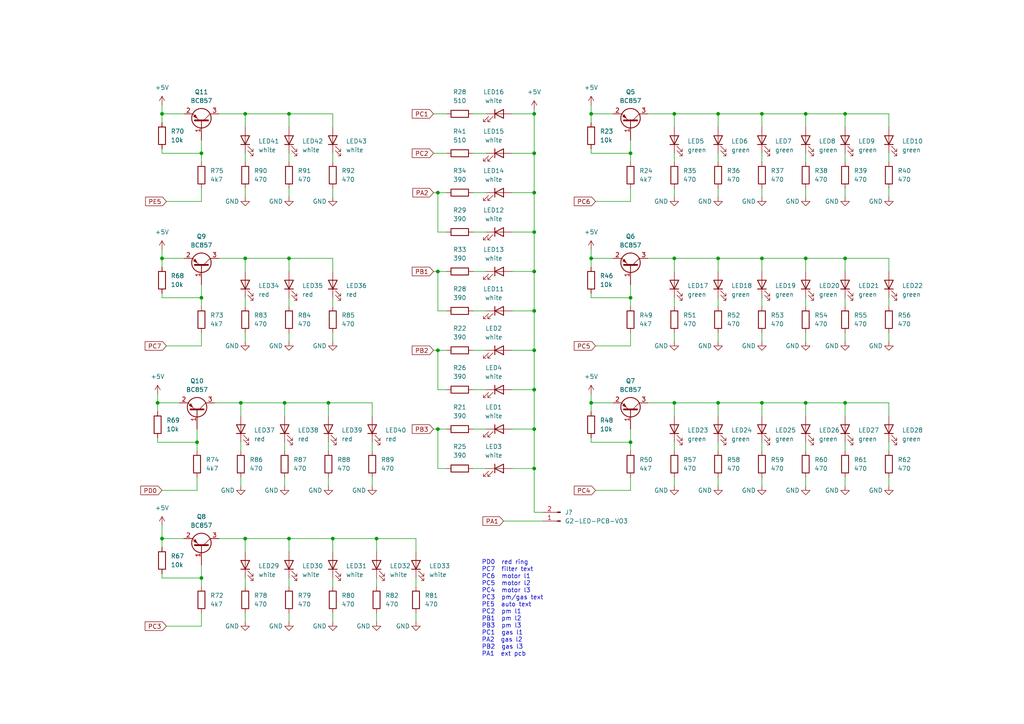
<source format=kicad_sch>
(kicad_sch (version 20230121) (generator eeschema)
  (paper "A4")
  (lib_symbols
    (symbol "Connector:Conn_01x02_Male" (pin_names (offset 1.016) hide)
      (property "Reference" "J" (at 0 2.54 0))
      (property "Value" "Conn_01x02_Male" (at 0 -5.08 0))
      (symbol "Conn_01x02_Male_1_1"
        (polyline (pts (xy 1.27 -2.54) (xy 0.8636 -2.54)) (stroke (width 0.1524)))
        (polyline (pts (xy 1.27 0) (xy 0.8636 0)) (stroke (width 0.1524)))
        (rectangle (start 0.8636 -2.413) (end 0 -2.667) (stroke (width 0.1524)) (fill (type outline)))
        (rectangle (start 0.8636 0.127) (end 0 -0.127) (stroke (width 0.1524)) (fill (type outline)))
        (pin passive line (at 5.08 0 180) (length 3.81) (name "Pin_1") (number "1"))
        (pin passive line (at 5.08 -2.54 180) (length 3.81) (name "Pin_2") (number "2"))
      )
    )
    (symbol "Device:LED" (pin_numbers hide) (pin_names (offset 1.016) hide)
      (property "Reference" "D" (at 0 2.54 0))
      (property "Value" "LED" (at 0 -2.54 0))
      (symbol "LED_0_1"
        (polyline (pts (xy -1.27 -1.27) (xy -1.27 1.27)) (stroke (width 0.254)))
        (polyline (pts (xy -1.27 0) (xy 1.27 0)))
        (polyline (pts (xy 1.27 -1.27) (xy 1.27 1.27) (xy -1.27 0) (xy 1.27 -1.27)) (stroke (width 0.254)))
        (polyline (pts (xy -3.048 -0.762) (xy -4.572 -2.286) (xy -3.81 -2.286) (xy -4.572 -2.286) (xy -4.572 -1.524)))
        (polyline (pts (xy -1.778 -0.762) (xy -3.302 -2.286) (xy -2.54 -2.286) (xy -3.302 -2.286) (xy -3.302 -1.524)))
      )
      (symbol "LED_1_1"
        (pin passive line (at -3.81 0 0) (length 2.54) (name "K") (number "1"))
        (pin passive line (at 3.81 0 180) (length 2.54) (name "A") (number "2"))
      )
    )
    (symbol "Device:R" (pin_numbers hide) (pin_names (offset 0))
      (property "Reference" "R" (at 2.032 0 90))
      (property "Value" "R" (at 0 0 90))
      (symbol "R_0_1"
        (rectangle (start -1.016 -2.54) (end 1.016 2.54) (stroke (width 0.254)))
      )
      (symbol "R_1_1"
        (pin passive line (at 0 3.81 270) (length 1.27) (name "~") (number "1"))
        (pin passive line (at 0 -3.81 90) (length 1.27) (name "~") (number "2"))
      )
    )
    (symbol "Transistor_BJT:BC857" (pin_names (offset 0) hide)
      (property "Reference" "Q" (at 5.08 1.905 0))
      (property "Value" "BC857" (at 5.08 0 0))
      (symbol "BC857_0_1"
        (polyline (pts (xy 0.635 0.635) (xy 2.54 2.54)))
        (polyline (pts (xy 0.635 -0.635) (xy 2.54 -2.54) (xy 2.54 -2.54)))
        (polyline (pts (xy 0.635 1.905) (xy 0.635 -1.905) (xy 0.635 -1.905)) (stroke (width 0.508)))
        (polyline (pts (xy 2.286 -1.778) (xy 1.778 -2.286) (xy 1.27 -1.27) (xy 2.286 -1.778) (xy 2.286 -1.778)) (fill (type outline)))
        (circle (center 1.27 0) (radius 2.8194) (stroke (width 0.254)))
      )
      (symbol "BC857_1_1"
        (pin input line (at -5.08 0 0) (length 5.715) (name "B") (number "1"))
        (pin passive line (at 2.54 -5.08 90) (length 2.54) (name "E") (number "2"))
        (pin passive line (at 2.54 5.08 270) (length 2.54) (name "C") (number "3"))
      )
    )
    (symbol "power:+5V" (power) (pin_names (offset 0))
      (property "Value" "+5V" (at 0 3.556 0))
      (symbol "+5V_0_1"
        (polyline (pts (xy -0.762 1.27) (xy 0 2.54)))
        (polyline (pts (xy 0 0) (xy 0 2.54)))
        (polyline (pts (xy 0 2.54) (xy 0.762 1.27)))
      )
      (symbol "+5V_1_1"
        (pin power_in line (at 0 0 90) (length 0) hide (name "+5V") (number "1"))
      )
    )
    (symbol "power:GND" (power) (pin_names (offset 0))
      (property "Value" "GND" (at 0 -3.81 0))
      (symbol "GND_0_1"
        (polyline (pts (xy 0 0) (xy 0 -1.27) (xy 1.27 -1.27) (xy 0 -2.54) (xy -1.27 -1.27) (xy 0 -1.27)))
      )
      (symbol "GND_1_1"
        (pin power_in line (at 0 0 270) (length 0) hide (name "GND") (number "1"))
      )
    )
  )
  (junction (at 220.98 74.93))
  (junction (at 109.22 156.21))
  (junction (at 195.58 116.84))
  (junction (at 245.11 33.02))
  (junction (at 83.82 74.93))
  (junction (at 58.42 44.45))
  (junction (at 82.55 116.84))
  (junction (at 154.94 44.45))
  (junction (at 154.94 55.88))
  (junction (at 83.82 33.02))
  (junction (at 220.98 116.84))
  (junction (at 245.11 74.93))
  (junction (at 245.11 116.84))
  (junction (at 208.28 33.02))
  (junction (at 208.28 116.84))
  (junction (at 171.45 116.84))
  (junction (at 233.68 116.84))
  (junction (at 182.88 44.45))
  (junction (at 96.52 156.21))
  (junction (at 182.88 128.27))
  (junction (at 83.82 156.21))
  (junction (at 154.94 101.6))
  (junction (at 154.94 33.02))
  (junction (at 154.94 78.74))
  (junction (at 71.12 74.93))
  (junction (at 171.45 74.93))
  (junction (at 233.68 74.93))
  (junction (at 195.58 74.93))
  (junction (at 154.94 113.03))
  (junction (at 71.12 156.21))
  (junction (at 127 78.74))
  (junction (at 46.99 156.21))
  (junction (at 154.94 67.31))
  (junction (at 127 101.6))
  (junction (at 58.42 167.64))
  (junction (at 45.72 116.84))
  (junction (at 154.94 135.89))
  (junction (at 58.42 86.36))
  (junction (at 95.25 116.84))
  (junction (at 69.85 116.84))
  (junction (at 127 124.46))
  (junction (at 220.98 33.02))
  (junction (at 46.99 74.93))
  (junction (at 46.99 33.02))
  (junction (at 233.68 33.02))
  (junction (at 154.94 90.17))
  (junction (at 182.88 86.36))
  (junction (at 171.45 33.02))
  (junction (at 127 55.88))
  (junction (at 208.28 74.93))
  (junction (at 71.12 33.02))
  (junction (at 195.58 33.02))
  (junction (at 57.15 128.27))
  (junction (at 154.94 124.46))
  (wire (pts (xy 96.52 74.93) (xy 96.52 78.74)))
  (wire (pts (xy 127 101.6) (xy 127 113.03)))
  (wire (pts (xy 83.82 44.45) (xy 83.82 46.99)))
  (wire (pts (xy 96.52 86.36) (xy 96.52 88.9)))
  (wire (pts (xy 48.26 181.61) (xy 58.42 181.61)))
  (wire (pts (xy 125.73 78.74) (xy 127 78.74)))
  (wire (pts (xy 96.52 33.02) (xy 96.52 36.83)))
  (wire (pts (xy 83.82 86.36) (xy 83.82 88.9)))
  (wire (pts (xy 245.11 116.84) (xy 257.81 116.84)))
  (wire (pts (xy 58.42 58.42) (xy 58.42 54.61)))
  (wire (pts (xy 127 135.89) (xy 129.54 135.89)))
  (wire (pts (xy 127 90.17) (xy 129.54 90.17)))
  (wire (pts (xy 195.58 74.93) (xy 208.28 74.93)))
  (wire (pts (xy 46.99 142.24) (xy 57.15 142.24)))
  (wire (pts (xy 195.58 54.61) (xy 195.58 57.15)))
  (wire (pts (xy 46.99 72.39) (xy 46.99 74.93)))
  (wire (pts (xy 154.94 148.59) (xy 157.48 148.59)))
  (wire (pts (xy 46.99 30.48) (xy 46.99 33.02)))
  (wire (pts (xy 58.42 40.64) (xy 58.42 44.45)))
  (wire (pts (xy 171.45 74.93) (xy 177.8 74.93)))
  (wire (pts (xy 125.73 33.02) (xy 129.54 33.02)))
  (wire (pts (xy 137.16 55.88) (xy 140.97 55.88)))
  (wire (pts (xy 83.82 177.8) (xy 83.82 180.34)))
  (wire (pts (xy 125.73 44.45) (xy 129.54 44.45)))
  (wire (pts (xy 171.45 119.38) (xy 171.45 116.84)))
  (wire (pts (xy 46.99 158.75) (xy 46.99 156.21)))
  (wire (pts (xy 233.68 33.02) (xy 245.11 33.02)))
  (wire (pts (xy 63.5 156.21) (xy 71.12 156.21)))
  (wire (pts (xy 83.82 33.02) (xy 83.82 36.83)))
  (wire (pts (xy 127 78.74) (xy 127 90.17)))
  (wire (pts (xy 208.28 116.84) (xy 220.98 116.84)))
  (wire (pts (xy 127 124.46) (xy 127 135.89)))
  (wire (pts (xy 83.82 33.02) (xy 96.52 33.02)))
  (wire (pts (xy 46.99 33.02) (xy 53.34 33.02)))
  (wire (pts (xy 172.72 100.33) (xy 182.88 100.33)))
  (wire (pts (xy 125.73 55.88) (xy 127 55.88)))
  (wire (pts (xy 148.59 113.03) (xy 154.94 113.03)))
  (wire (pts (xy 96.52 54.61) (xy 96.52 57.15)))
  (wire (pts (xy 182.88 100.33) (xy 182.88 96.52)))
  (wire (pts (xy 187.96 74.93) (xy 195.58 74.93)))
  (wire (pts (xy 245.11 74.93) (xy 245.11 78.74)))
  (wire (pts (xy 154.94 55.88) (xy 154.94 44.45)))
  (wire (pts (xy 48.26 100.33) (xy 58.42 100.33)))
  (wire (pts (xy 208.28 74.93) (xy 220.98 74.93)))
  (wire (pts (xy 58.42 86.36) (xy 58.42 88.9)))
  (wire (pts (xy 148.59 67.31) (xy 154.94 67.31)))
  (wire (pts (xy 96.52 177.8) (xy 96.52 180.34)))
  (wire (pts (xy 83.82 96.52) (xy 83.82 99.06)))
  (wire (pts (xy 96.52 167.64) (xy 96.52 170.18)))
  (wire (pts (xy 187.96 33.02) (xy 195.58 33.02)))
  (wire (pts (xy 127 101.6) (xy 129.54 101.6)))
  (wire (pts (xy 195.58 74.93) (xy 195.58 78.74)))
  (wire (pts (xy 148.59 101.6) (xy 154.94 101.6)))
  (wire (pts (xy 71.12 44.45) (xy 71.12 46.99)))
  (wire (pts (xy 109.22 156.21) (xy 109.22 160.02)))
  (wire (pts (xy 208.28 54.61) (xy 208.28 57.15)))
  (wire (pts (xy 257.81 96.52) (xy 257.81 99.06)))
  (wire (pts (xy 245.11 116.84) (xy 245.11 120.65)))
  (wire (pts (xy 233.68 54.61) (xy 233.68 57.15)))
  (wire (pts (xy 45.72 127) (xy 45.72 128.27)))
  (wire (pts (xy 171.45 43.18) (xy 171.45 44.45)))
  (wire (pts (xy 62.23 116.84) (xy 69.85 116.84)))
  (wire (pts (xy 171.45 44.45) (xy 182.88 44.45)))
  (wire (pts (xy 146.05 151.13) (xy 157.48 151.13)))
  (wire (pts (xy 83.82 156.21) (xy 96.52 156.21)))
  (wire (pts (xy 71.12 74.93) (xy 83.82 74.93)))
  (wire (pts (xy 137.16 44.45) (xy 140.97 44.45)))
  (wire (pts (xy 83.82 167.64) (xy 83.82 170.18)))
  (wire (pts (xy 137.16 33.02) (xy 140.97 33.02)))
  (wire (pts (xy 148.59 135.89) (xy 154.94 135.89)))
  (wire (pts (xy 182.88 82.55) (xy 182.88 86.36)))
  (wire (pts (xy 46.99 152.4) (xy 46.99 156.21)))
  (wire (pts (xy 233.68 74.93) (xy 233.68 78.74)))
  (wire (pts (xy 63.5 74.93) (xy 71.12 74.93)))
  (wire (pts (xy 171.45 30.48) (xy 171.45 33.02)))
  (wire (pts (xy 233.68 33.02) (xy 233.68 36.83)))
  (wire (pts (xy 220.98 86.36) (xy 220.98 88.9)))
  (wire (pts (xy 245.11 33.02) (xy 257.81 33.02)))
  (wire (pts (xy 58.42 167.64) (xy 58.42 170.18)))
  (wire (pts (xy 154.94 124.46) (xy 154.94 135.89)))
  (wire (pts (xy 154.94 67.31) (xy 154.94 78.74)))
  (wire (pts (xy 208.28 116.84) (xy 208.28 120.65)))
  (wire (pts (xy 137.16 113.03) (xy 140.97 113.03)))
  (wire (pts (xy 182.88 58.42) (xy 182.88 54.61)))
  (wire (pts (xy 187.96 116.84) (xy 195.58 116.84)))
  (wire (pts (xy 220.98 33.02) (xy 233.68 33.02)))
  (wire (pts (xy 220.98 44.45) (xy 220.98 46.99)))
  (wire (pts (xy 137.16 124.46) (xy 140.97 124.46)))
  (wire (pts (xy 58.42 44.45) (xy 58.42 46.99)))
  (wire (pts (xy 63.5 33.02) (xy 71.12 33.02)))
  (wire (pts (xy 172.72 142.24) (xy 182.88 142.24)))
  (wire (pts (xy 154.94 113.03) (xy 154.94 124.46)))
  (wire (pts (xy 233.68 116.84) (xy 233.68 120.65)))
  (wire (pts (xy 71.12 167.64) (xy 71.12 170.18)))
  (wire (pts (xy 120.65 177.8) (xy 120.65 180.34)))
  (wire (pts (xy 154.94 78.74) (xy 154.94 90.17)))
  (wire (pts (xy 83.82 74.93) (xy 83.82 78.74)))
  (wire (pts (xy 46.99 35.56) (xy 46.99 33.02)))
  (wire (pts (xy 208.28 86.36) (xy 208.28 88.9)))
  (wire (pts (xy 95.25 116.84) (xy 95.25 120.65)))
  (wire (pts (xy 182.88 128.27) (xy 182.88 130.81)))
  (wire (pts (xy 46.99 44.45) (xy 58.42 44.45)))
  (wire (pts (xy 245.11 96.52) (xy 245.11 99.06)))
  (wire (pts (xy 171.45 33.02) (xy 177.8 33.02)))
  (wire (pts (xy 46.99 74.93) (xy 53.34 74.93)))
  (wire (pts (xy 46.99 43.18) (xy 46.99 44.45)))
  (wire (pts (xy 57.15 124.46) (xy 57.15 128.27)))
  (wire (pts (xy 257.81 44.45) (xy 257.81 46.99)))
  (wire (pts (xy 257.81 74.93) (xy 257.81 78.74)))
  (wire (pts (xy 208.28 96.52) (xy 208.28 99.06)))
  (wire (pts (xy 127 55.88) (xy 129.54 55.88)))
  (wire (pts (xy 82.55 116.84) (xy 82.55 120.65)))
  (wire (pts (xy 172.72 58.42) (xy 182.88 58.42)))
  (wire (pts (xy 82.55 116.84) (xy 95.25 116.84)))
  (wire (pts (xy 58.42 100.33) (xy 58.42 96.52)))
  (wire (pts (xy 257.81 33.02) (xy 257.81 36.83)))
  (wire (pts (xy 69.85 128.27) (xy 69.85 130.81)))
  (wire (pts (xy 96.52 156.21) (xy 109.22 156.21)))
  (wire (pts (xy 171.45 128.27) (xy 182.88 128.27)))
  (wire (pts (xy 137.16 67.31) (xy 140.97 67.31)))
  (wire (pts (xy 45.72 114.3) (xy 45.72 116.84)))
  (wire (pts (xy 148.59 33.02) (xy 154.94 33.02)))
  (wire (pts (xy 58.42 163.83) (xy 58.42 167.64)))
  (wire (pts (xy 107.95 138.43) (xy 107.95 140.97)))
  (wire (pts (xy 125.73 101.6) (xy 127 101.6)))
  (wire (pts (xy 95.25 128.27) (xy 95.25 130.81)))
  (wire (pts (xy 83.82 74.93) (xy 96.52 74.93)))
  (wire (pts (xy 57.15 128.27) (xy 57.15 130.81)))
  (wire (pts (xy 195.58 138.43) (xy 195.58 140.97)))
  (wire (pts (xy 69.85 138.43) (xy 69.85 140.97)))
  (wire (pts (xy 148.59 124.46) (xy 154.94 124.46)))
  (wire (pts (xy 257.81 116.84) (xy 257.81 120.65)))
  (wire (pts (xy 45.72 116.84) (xy 52.07 116.84)))
  (wire (pts (xy 245.11 128.27) (xy 245.11 130.81)))
  (wire (pts (xy 171.45 72.39) (xy 171.45 74.93)))
  (wire (pts (xy 208.28 138.43) (xy 208.28 140.97)))
  (wire (pts (xy 245.11 138.43) (xy 245.11 140.97)))
  (wire (pts (xy 69.85 116.84) (xy 69.85 120.65)))
  (wire (pts (xy 58.42 82.55) (xy 58.42 86.36)))
  (wire (pts (xy 107.95 128.27) (xy 107.95 130.81)))
  (wire (pts (xy 71.12 74.93) (xy 71.12 78.74)))
  (wire (pts (xy 46.99 166.37) (xy 46.99 167.64)))
  (wire (pts (xy 148.59 55.88) (xy 154.94 55.88)))
  (wire (pts (xy 195.58 33.02) (xy 195.58 36.83)))
  (wire (pts (xy 127 67.31) (xy 129.54 67.31)))
  (wire (pts (xy 71.12 86.36) (xy 71.12 88.9)))
  (wire (pts (xy 137.16 90.17) (xy 140.97 90.17)))
  (wire (pts (xy 208.28 33.02) (xy 220.98 33.02)))
  (wire (pts (xy 82.55 138.43) (xy 82.55 140.97)))
  (wire (pts (xy 171.45 114.3) (xy 171.45 116.84)))
  (wire (pts (xy 137.16 135.89) (xy 140.97 135.89)))
  (wire (pts (xy 127 55.88) (xy 127 67.31)))
  (wire (pts (xy 154.94 90.17) (xy 154.94 101.6)))
  (wire (pts (xy 257.81 54.61) (xy 257.81 57.15)))
  (wire (pts (xy 120.65 156.21) (xy 120.65 160.02)))
  (wire (pts (xy 195.58 86.36) (xy 195.58 88.9)))
  (wire (pts (xy 245.11 86.36) (xy 245.11 88.9)))
  (wire (pts (xy 182.88 86.36) (xy 182.88 88.9)))
  (wire (pts (xy 83.82 54.61) (xy 83.82 57.15)))
  (wire (pts (xy 195.58 128.27) (xy 195.58 130.81)))
  (wire (pts (xy 257.81 128.27) (xy 257.81 130.81)))
  (wire (pts (xy 171.45 127) (xy 171.45 128.27)))
  (wire (pts (xy 245.11 54.61) (xy 245.11 57.15)))
  (wire (pts (xy 208.28 44.45) (xy 208.28 46.99)))
  (wire (pts (xy 220.98 138.43) (xy 220.98 140.97)))
  (wire (pts (xy 182.88 124.46) (xy 182.88 128.27)))
  (wire (pts (xy 208.28 74.93) (xy 208.28 78.74)))
  (wire (pts (xy 96.52 44.45) (xy 96.52 46.99)))
  (wire (pts (xy 182.88 40.64) (xy 182.88 44.45)))
  (wire (pts (xy 233.68 116.84) (xy 245.11 116.84)))
  (wire (pts (xy 195.58 116.84) (xy 195.58 120.65)))
  (wire (pts (xy 220.98 54.61) (xy 220.98 57.15)))
  (wire (pts (xy 195.58 33.02) (xy 208.28 33.02)))
  (wire (pts (xy 171.45 85.09) (xy 171.45 86.36)))
  (wire (pts (xy 109.22 167.64) (xy 109.22 170.18)))
  (wire (pts (xy 127 124.46) (xy 129.54 124.46)))
  (wire (pts (xy 195.58 44.45) (xy 195.58 46.99)))
  (wire (pts (xy 148.59 44.45) (xy 154.94 44.45)))
  (wire (pts (xy 208.28 33.02) (xy 208.28 36.83)))
  (wire (pts (xy 71.12 156.21) (xy 83.82 156.21)))
  (wire (pts (xy 220.98 74.93) (xy 233.68 74.93)))
  (wire (pts (xy 71.12 177.8) (xy 71.12 180.34)))
  (wire (pts (xy 245.11 44.45) (xy 245.11 46.99)))
  (wire (pts (xy 171.45 77.47) (xy 171.45 74.93)))
  (wire (pts (xy 82.55 128.27) (xy 82.55 130.81)))
  (wire (pts (xy 233.68 96.52) (xy 233.68 99.06)))
  (wire (pts (xy 46.99 167.64) (xy 58.42 167.64)))
  (wire (pts (xy 95.25 116.84) (xy 107.95 116.84)))
  (wire (pts (xy 195.58 116.84) (xy 208.28 116.84)))
  (wire (pts (xy 245.11 74.93) (xy 257.81 74.93)))
  (wire (pts (xy 182.88 44.45) (xy 182.88 46.99)))
  (wire (pts (xy 107.95 116.84) (xy 107.95 120.65)))
  (wire (pts (xy 220.98 33.02) (xy 220.98 36.83)))
  (wire (pts (xy 109.22 156.21) (xy 120.65 156.21)))
  (wire (pts (xy 45.72 119.38) (xy 45.72 116.84)))
  (wire (pts (xy 125.73 124.46) (xy 127 124.46)))
  (wire (pts (xy 83.82 156.21) (xy 83.82 160.02)))
  (wire (pts (xy 109.22 177.8) (xy 109.22 180.34)))
  (wire (pts (xy 154.94 44.45) (xy 154.94 33.02)))
  (wire (pts (xy 137.16 101.6) (xy 140.97 101.6)))
  (wire (pts (xy 46.99 156.21) (xy 53.34 156.21)))
  (wire (pts (xy 220.98 128.27) (xy 220.98 130.81)))
  (wire (pts (xy 71.12 33.02) (xy 71.12 36.83)))
  (wire (pts (xy 46.99 85.09) (xy 46.99 86.36)))
  (wire (pts (xy 120.65 167.64) (xy 120.65 170.18)))
  (wire (pts (xy 127 78.74) (xy 129.54 78.74)))
  (wire (pts (xy 154.94 135.89) (xy 154.94 148.59)))
  (wire (pts (xy 71.12 33.02) (xy 83.82 33.02)))
  (wire (pts (xy 96.52 96.52) (xy 96.52 99.06)))
  (wire (pts (xy 233.68 86.36) (xy 233.68 88.9)))
  (wire (pts (xy 71.12 156.21) (xy 71.12 160.02)))
  (wire (pts (xy 95.25 138.43) (xy 95.25 140.97)))
  (wire (pts (xy 220.98 74.93) (xy 220.98 78.74)))
  (wire (pts (xy 46.99 77.47) (xy 46.99 74.93)))
  (wire (pts (xy 148.59 78.74) (xy 154.94 78.74)))
  (wire (pts (xy 96.52 156.21) (xy 96.52 160.02)))
  (wire (pts (xy 69.85 116.84) (xy 82.55 116.84)))
  (wire (pts (xy 220.98 116.84) (xy 233.68 116.84)))
  (wire (pts (xy 45.72 128.27) (xy 57.15 128.27)))
  (wire (pts (xy 195.58 96.52) (xy 195.58 99.06)))
  (wire (pts (xy 57.15 142.24) (xy 57.15 138.43)))
  (wire (pts (xy 148.59 90.17) (xy 154.94 90.17)))
  (wire (pts (xy 154.94 101.6) (xy 154.94 113.03)))
  (wire (pts (xy 71.12 54.61) (xy 71.12 57.15)))
  (wire (pts (xy 171.45 86.36) (xy 182.88 86.36)))
  (wire (pts (xy 233.68 128.27) (xy 233.68 130.81)))
  (wire (pts (xy 154.94 55.88) (xy 154.94 67.31)))
  (wire (pts (xy 71.12 96.52) (xy 71.12 99.06)))
  (wire (pts (xy 182.88 142.24) (xy 182.88 138.43)))
  (wire (pts (xy 171.45 35.56) (xy 171.45 33.02)))
  (wire (pts (xy 127 113.03) (xy 129.54 113.03)))
  (wire (pts (xy 245.11 33.02) (xy 245.11 36.83)))
  (wire (pts (xy 257.81 138.43) (xy 257.81 140.97)))
  (wire (pts (xy 208.28 128.27) (xy 208.28 130.81)))
  (wire (pts (xy 137.16 78.74) (xy 140.97 78.74)))
  (wire (pts (xy 233.68 74.93) (xy 245.11 74.93)))
  (wire (pts (xy 220.98 116.84) (xy 220.98 120.65)))
  (wire (pts (xy 154.94 33.02) (xy 154.94 31.75)))
  (wire (pts (xy 48.26 58.42) (xy 58.42 58.42)))
  (wire (pts (xy 220.98 96.52) (xy 220.98 99.06)))
  (wire (pts (xy 58.42 181.61) (xy 58.42 177.8)))
  (wire (pts (xy 233.68 44.45) (xy 233.68 46.99)))
  (wire (pts (xy 171.45 116.84) (xy 177.8 116.84)))
  (wire (pts (xy 46.99 86.36) (xy 58.42 86.36)))
  (wire (pts (xy 257.81 86.36) (xy 257.81 88.9)))
  (wire (pts (xy 233.68 138.43) (xy 233.68 140.97)))
  (text "PD0  red ring\nPC7  filter text\nPC6  motor l1\nPC5  motor l2\nPC4  motor l3\nPC3  pm/gas text\nPE5  auto text\nPC2  pm l1\nPB1  pm l2\nPB3  pm l3\nPC1  gas l1\nPA2  gas l2\nPB2  gas l3\nPA1  ext pcb" (at 139.7 190.5 0) (effects (font (size 1.27 1.27)) (justify left bottom)))
  (global_label "PB2" (shape input) (at 125.73 101.6 180) (property "Intersheetrefs" "${INTERSHEET_REFS}" (effects hide)))
  (global_label "PA2" (shape input) (at 125.73 55.88 180) (property "Intersheetrefs" "${INTERSHEET_REFS}" (effects hide)))
  (global_label "PB3" (shape input) (at 125.73 124.46 180) (property "Intersheetrefs" "${INTERSHEET_REFS}" (effects hide)))
  (global_label "PD0" (shape input) (at 46.99 142.24 180) (property "Intersheetrefs" "${INTERSHEET_REFS}" (effects hide)))
  (global_label "PC4" (shape input) (at 172.72 142.24 180) (property "Intersheetrefs" "${INTERSHEET_REFS}" (effects hide)))
  (global_label "PC6" (shape input) (at 172.72 58.42 180) (property "Intersheetrefs" "${INTERSHEET_REFS}" (effects hide)))
  (global_label "PE5" (shape input) (at 48.26 58.42 180) (property "Intersheetrefs" "${INTERSHEET_REFS}" (effects hide)))
  (global_label "PC3" (shape input) (at 48.26 181.61 180) (property "Intersheetrefs" "${INTERSHEET_REFS}" (effects hide)))
  (global_label "PC1" (shape input) (at 125.73 33.02 180) (property "Intersheetrefs" "${INTERSHEET_REFS}" (effects hide)))
  (global_label "PC7" (shape input) (at 48.26 100.33 180) (property "Intersheetrefs" "${INTERSHEET_REFS}" (effects hide)))
  (global_label "PC2" (shape input) (at 125.73 44.45 180) (property "Intersheetrefs" "${INTERSHEET_REFS}" (effects hide)))
  (global_label "PC5" (shape input) (at 172.72 100.33 180) (property "Intersheetrefs" "${INTERSHEET_REFS}" (effects hide)))
  (global_label "PA1" (shape input) (at 146.05 151.13 180) (property "Intersheetrefs" "${INTERSHEET_REFS}" (effects hide)))
  (global_label "PB1" (shape input) (at 125.73 78.74 180) (property "Intersheetrefs" "${INTERSHEET_REFS}" (effects hide)))
  (symbol (lib_id "power:GND") (at 82.55 140.97 0) (mirror y) (unit 1)
    (property "Reference" "#PWR?" (effects hide))
    (property "Value" "GND" (at 78.74 142.24 0))
  )
  (symbol (lib_id "Device:R") (at 171.45 123.19 0) (mirror y) (unit 1)
    (property "Reference" "R48" (at 173.99 121.9199 0) (effects (justify right)))
    (property "Value" "10k" (at 173.99 124.4599 0) (effects (justify right)))
    (property "Footprint" "Resistor_SMD:R_0805_2012Metric" (effects hide))
  )
  (symbol (lib_id "Device:R") (at 71.12 173.99 0) (mirror y) (unit 1)
    (property "Reference" "R78" (at 73.66 172.7199 0) (effects (justify right)))
    (property "Value" "470" (at 73.66 175.2599 0) (effects (justify right)))
    (property "Footprint" "Resistor_SMD:R_0805_2012Metric" (effects hide))
  )
  (symbol (lib_id "Device:LED") (at 208.28 40.64 90) (unit 1)
    (property "Reference" "LED6" (at 212.09 40.9574 90) (effects (justify right)))
    (property "Value" "green" (at 212.09 43.4974 90) (effects (justify right)))
  )
  (symbol (lib_id "Device:LED") (at 195.58 40.64 90) (unit 1)
    (property "Reference" "LED5" (at 199.39 40.9574 90) (effects (justify right)))
    (property "Value" "green" (at 199.39 43.4974 90) (effects (justify right)))
  )
  (symbol (lib_id "power:GND") (at 96.52 99.06 0) (mirror y) (unit 1)
    (property "Reference" "#PWR?" (effects hide))
    (property "Value" "GND" (at 92.71 100.33 0))
  )
  (symbol (lib_id "Device:R") (at 245.11 134.62 0) (mirror y) (unit 1)
    (property "Reference" "R61" (at 247.65 133.3499 0) (effects (justify right)))
    (property "Value" "470" (at 247.65 135.8899 0) (effects (justify right)))
    (property "Footprint" "Resistor_SMD:R_0805_2012Metric" (effects hide))
  )
  (symbol (lib_id "Device:R") (at 171.45 81.28 0) (mirror y) (unit 1)
    (property "Reference" "R46" (at 173.99 80.0099 0) (effects (justify right)))
    (property "Value" "10k" (at 173.99 82.5499 0) (effects (justify right)))
    (property "Footprint" "Resistor_SMD:R_0805_2012Metric" (effects hide))
  )
  (symbol (lib_id "Device:R") (at 133.35 135.89 90) (mirror x) (unit 1)
    (property "Reference" "R25" (at 133.35 129.54 90))
    (property "Value" "390" (at 133.35 132.08 90))
    (property "Footprint" "Resistor_SMD:R_0805_2012Metric" (effects hide))
  )
  (symbol (lib_id "power:GND") (at 257.81 99.06 0) (mirror y) (unit 1)
    (property "Reference" "#PWR?" (effects hide))
    (property "Value" "GND" (at 254 100.33 0))
  )
  (symbol (lib_id "Device:R") (at 46.99 81.28 0) (mirror y) (unit 1)
    (property "Reference" "R68" (at 49.53 80.0099 0) (effects (justify right)))
    (property "Value" "10k" (at 49.53 82.5499 0) (effects (justify right)))
    (property "Footprint" "Resistor_SMD:R_0805_2012Metric" (effects hide))
  )
  (symbol (lib_id "power:+5V") (at 46.99 30.48 0) (unit 1)
    (property "Reference" "#PWR?" (effects hide))
    (property "Value" "+5V" (at 46.99 25.4 0))
  )
  (symbol (lib_id "Device:R") (at 96.52 92.71 0) (mirror y) (unit 1)
    (property "Reference" "R85" (at 99.06 91.4399 0) (effects (justify right)))
    (property "Value" "470" (at 99.06 93.9799 0) (effects (justify right)))
    (property "Footprint" "Resistor_SMD:R_0805_2012Metric" (effects hide))
  )
  (symbol (lib_id "Device:R") (at 96.52 173.99 0) (mirror y) (unit 1)
    (property "Reference" "R80" (at 99.06 172.7199 0) (effects (justify right)))
    (property "Value" "470" (at 99.06 175.2599 0) (effects (justify right)))
    (property "Footprint" "Resistor_SMD:R_0805_2012Metric" (effects hide))
  )
  (symbol (lib_id "power:GND") (at 220.98 140.97 0) (mirror y) (unit 1)
    (property "Reference" "#PWR?" (effects hide))
    (property "Value" "GND" (at 217.17 142.24 0))
  )
  (symbol (lib_id "Device:LED") (at 69.85 124.46 90) (unit 1)
    (property "Reference" "LED37" (at 73.66 124.7774 90) (effects (justify right)))
    (property "Value" "red" (at 73.66 127.3174 90) (effects (justify right)))
    (property "Footprint" "LED_SMD:LED_0805_2012Metric" (effects hide))
  )
  (symbol (lib_id "Transistor_BJT:BC857") (at 182.88 35.56 270) (mirror x) (unit 1)
    (property "Reference" "Q5" (at 182.88 26.67 90))
    (property "Value" "BC857" (at 182.88 29.21 90))
    (property "Footprint" "Package_TO_SOT_SMD:SOT-23" (effects hide))
    (property "Datasheet" "https://www.onsemi.com/pub/Collateral/BC860-D.pdf" (effects hide))
  )
  (symbol (lib_id "Transistor_BJT:BC857") (at 58.42 158.75 270) (mirror x) (unit 1)
    (property "Reference" "Q8" (at 58.42 149.86 90))
    (property "Value" "BC857" (at 58.42 152.4 90))
    (property "Footprint" "Package_TO_SOT_SMD:SOT-23" (effects hide))
    (property "Datasheet" "https://www.onsemi.com/pub/Collateral/BC860-D.pdf" (effects hide))
  )
  (symbol (lib_id "Device:LED") (at 144.78 55.88 0) (unit 1)
    (property "Reference" "LED14" (at 143.1925 49.53 0))
    (property "Value" "white" (at 143.1925 52.07 0))
  )
  (symbol (lib_id "power:GND") (at 71.12 180.34 0) (mirror y) (unit 1)
    (property "Reference" "#PWR?" (effects hide))
    (property "Value" "GND" (at 67.31 181.61 0))
  )
  (symbol (lib_id "power:GND") (at 83.82 57.15 0) (mirror y) (unit 1)
    (property "Reference" "#PWR?" (effects hide))
    (property "Value" "GND" (at 80.01 58.42 0))
  )
  (symbol (lib_id "Device:LED") (at 71.12 40.64 90) (unit 1)
    (property "Reference" "LED41" (at 74.93 40.9574 90) (effects (justify right)))
    (property "Value" "white" (at 74.93 43.4974 90) (effects (justify right)))
  )
  (symbol (lib_id "Device:LED") (at 144.78 124.46 0) (unit 1)
    (property "Reference" "LED1" (at 143.1925 118.11 0))
    (property "Value" "white" (at 143.1925 120.65 0))
  )
  (symbol (lib_id "Device:R") (at 182.88 134.62 0) (mirror y) (unit 1)
    (property "Reference" "R50" (at 185.42 133.3499 0) (effects (justify right)))
    (property "Value" "4k7" (at 185.42 135.8899 0) (effects (justify right)))
    (property "Footprint" "Resistor_SMD:R_0805_2012Metric" (effects hide))
  )
  (symbol (lib_id "Device:LED") (at 83.82 40.64 90) (unit 1)
    (property "Reference" "LED42" (at 87.63 40.9574 90) (effects (justify right)))
    (property "Value" "white" (at 87.63 43.4974 90) (effects (justify right)))
  )
  (symbol (lib_id "power:GND") (at 71.12 57.15 0) (mirror y) (unit 1)
    (property "Reference" "#PWR?" (effects hide))
    (property "Value" "GND" (at 67.31 58.42 0))
  )
  (symbol (lib_id "Device:LED") (at 208.28 124.46 90) (unit 1)
    (property "Reference" "LED24" (at 212.09 124.7774 90) (effects (justify right)))
    (property "Value" "green" (at 212.09 127.3174 90) (effects (justify right)))
  )
  (symbol (lib_id "Device:LED") (at 144.78 101.6 0) (unit 1)
    (property "Reference" "LED2" (at 143.1925 95.25 0))
    (property "Value" "white" (at 143.1925 97.79 0))
  )
  (symbol (lib_id "Device:LED") (at 245.11 82.55 90) (unit 1)
    (property "Reference" "LED21" (at 248.92 82.8674 90) (effects (justify right)))
    (property "Value" "green" (at 248.92 85.4074 90) (effects (justify right)))
  )
  (symbol (lib_id "power:+5V") (at 46.99 72.39 0) (unit 1)
    (property "Reference" "#PWR?" (effects hide))
    (property "Value" "+5V" (at 46.99 67.31 0))
  )
  (symbol (lib_id "power:GND") (at 245.11 99.06 0) (mirror y) (unit 1)
    (property "Reference" "#PWR?" (effects hide))
    (property "Value" "GND" (at 241.3 100.33 0))
  )
  (symbol (lib_id "Device:R") (at 45.72 123.19 0) (mirror y) (unit 1)
    (property "Reference" "R69" (at 48.26 121.9199 0) (effects (justify right)))
    (property "Value" "10k" (at 48.26 124.4599 0) (effects (justify right)))
    (property "Footprint" "Resistor_SMD:R_0805_2012Metric" (effects hide))
  )
  (symbol (lib_id "Device:R") (at 133.35 55.88 90) (mirror x) (unit 1)
    (property "Reference" "R34" (at 133.35 49.53 90))
    (property "Value" "390" (at 133.35 52.07 90))
    (property "Footprint" "Resistor_SMD:R_0805_2012Metric" (effects hide))
  )
  (symbol (lib_id "Device:R") (at 233.68 92.71 0) (mirror y) (unit 1)
    (property "Reference" "R54" (at 236.22 91.4399 0) (effects (justify right)))
    (property "Value" "470" (at 236.22 93.9799 0) (effects (justify right)))
    (property "Footprint" "Resistor_SMD:R_0805_2012Metric" (effects hide))
  )
  (symbol (lib_id "Device:LED") (at 109.22 163.83 90) (unit 1)
    (property "Reference" "LED32" (at 113.03 164.1474 90) (effects (justify right)))
    (property "Value" "white" (at 113.03 166.6874 90) (effects (justify right)))
  )
  (symbol (lib_id "Device:R") (at 133.35 33.02 90) (mirror x) (unit 1)
    (property "Reference" "R28" (at 133.35 26.67 90))
    (property "Value" "510" (at 133.35 29.21 90))
    (property "Footprint" "Resistor_SMD:R_0805_2012Metric" (effects hide))
  )
  (symbol (lib_id "power:GND") (at 95.25 140.97 0) (mirror y) (unit 1)
    (property "Reference" "#PWR?" (effects hide))
    (property "Value" "GND" (at 91.44 142.24 0))
  )
  (symbol (lib_id "Device:LED") (at 257.81 124.46 90) (unit 1)
    (property "Reference" "LED28" (at 261.62 124.7774 90) (effects (justify right)))
    (property "Value" "green" (at 261.62 127.3174 90) (effects (justify right)))
  )
  (symbol (lib_id "Device:LED") (at 144.78 44.45 0) (unit 1)
    (property "Reference" "LED15" (at 143.1925 38.1 0))
    (property "Value" "white" (at 143.1925 40.64 0))
  )
  (symbol (lib_id "Device:R") (at 133.35 124.46 90) (mirror x) (unit 1)
    (property "Reference" "R21" (at 133.35 118.11 90))
    (property "Value" "390" (at 133.35 120.65 90))
    (property "Footprint" "Resistor_SMD:R_0805_2012Metric" (effects hide))
  )
  (symbol (lib_id "Device:R") (at 220.98 92.71 0) (mirror y) (unit 1)
    (property "Reference" "R53" (at 223.52 91.4399 0) (effects (justify right)))
    (property "Value" "470" (at 223.52 93.9799 0) (effects (justify right)))
    (property "Footprint" "Resistor_SMD:R_0805_2012Metric" (effects hide))
  )
  (symbol (lib_id "Device:LED") (at 107.95 124.46 90) (unit 1)
    (property "Reference" "LED40" (at 111.76 124.7774 90) (effects (justify right)))
    (property "Value" "red" (at 111.76 127.3174 90) (effects (justify right)))
  )
  (symbol (lib_id "Device:R") (at 257.81 92.71 0) (mirror y) (unit 1)
    (property "Reference" "R56" (at 260.35 91.4399 0) (effects (justify right)))
    (property "Value" "470" (at 260.35 93.9799 0) (effects (justify right)))
    (property "Footprint" "Resistor_SMD:R_0805_2012Metric" (effects hide))
  )
  (symbol (lib_id "Device:R") (at 208.28 134.62 0) (mirror y) (unit 1)
    (property "Reference" "R58" (at 210.82 133.3499 0) (effects (justify right)))
    (property "Value" "470" (at 210.82 135.8899 0) (effects (justify right)))
    (property "Footprint" "Resistor_SMD:R_0805_2012Metric" (effects hide))
  )
  (symbol (lib_id "Device:R") (at 83.82 92.71 0) (mirror y) (unit 1)
    (property "Reference" "R84" (at 86.36 91.4399 0) (effects (justify right)))
    (property "Value" "470" (at 86.36 93.9799 0) (effects (justify right)))
    (property "Footprint" "Resistor_SMD:R_0805_2012Metric" (effects hide))
  )
  (symbol (lib_id "power:GND") (at 208.28 57.15 0) (mirror y) (unit 1)
    (property "Reference" "#PWR?" (effects hide))
    (property "Value" "GND" (at 204.47 58.42 0))
  )
  (symbol (lib_id "Device:LED") (at 144.78 90.17 0) (unit 1)
    (property "Reference" "LED11" (at 143.1925 83.82 0))
    (property "Value" "white" (at 143.1925 86.36 0))
  )
  (symbol (lib_id "power:GND") (at 109.22 180.34 0) (mirror y) (unit 1)
    (property "Reference" "#PWR?" (effects hide))
    (property "Value" "GND" (at 105.41 181.61 0))
  )
  (symbol (lib_id "Device:R") (at 57.15 134.62 0) (mirror y) (unit 1)
    (property "Reference" "R74" (at 59.69 133.3499 0) (effects (justify right)))
    (property "Value" "4k7" (at 59.69 135.8899 0) (effects (justify right)))
    (property "Footprint" "Resistor_SMD:R_0805_2012Metric" (effects hide))
  )
  (symbol (lib_id "Device:R") (at 171.45 39.37 0) (mirror y) (unit 1)
    (property "Reference" "R23" (at 173.99 38.0999 0) (effects (justify right)))
    (property "Value" "10k" (at 173.99 40.6399 0) (effects (justify right)))
    (property "Footprint" "Resistor_SMD:R_0805_2012Metric" (effects hide))
  )
  (symbol (lib_id "power:GND") (at 71.12 99.06 0) (mirror y) (unit 1)
    (property "Reference" "#PWR?" (effects hide))
    (property "Value" "GND" (at 67.31 100.33 0))
  )
  (symbol (lib_id "power:GND") (at 208.28 140.97 0) (mirror y) (unit 1)
    (property "Reference" "#PWR?" (effects hide))
    (property "Value" "GND" (at 204.47 142.24 0))
  )
  (symbol (lib_id "Device:R") (at 133.35 101.6 90) (mirror x) (unit 1)
    (property "Reference" "R22" (at 133.35 95.25 90))
    (property "Value" "390" (at 133.35 97.79 90))
    (property "Footprint" "Resistor_SMD:R_0805_2012Metric" (effects hide))
  )
  (symbol (lib_id "power:GND") (at 208.28 99.06 0) (mirror y) (unit 1)
    (property "Reference" "#PWR?" (effects hide))
    (property "Value" "GND" (at 204.47 100.33 0))
  )
  (symbol (lib_id "Device:LED") (at 195.58 124.46 90) (unit 1)
    (property "Reference" "LED23" (at 199.39 124.7774 90) (effects (justify right)))
    (property "Value" "green" (at 199.39 127.3174 90) (effects (justify right)))
  )
  (symbol (lib_id "Device:R") (at 133.35 90.17 90) (mirror x) (unit 1)
    (property "Reference" "R28" (at 133.35 83.82 90))
    (property "Value" "390" (at 133.35 86.36 90))
    (property "Footprint" "Resistor_SMD:R_0805_2012Metric" (effects hide))
  )
  (symbol (lib_id "Device:R") (at 95.25 134.62 0) (mirror y) (unit 1)
    (property "Reference" "R88" (at 97.79 133.3499 0) (effects (justify right)))
    (property "Value" "470" (at 97.79 135.8899 0) (effects (justify right)))
    (property "Footprint" "Resistor_SMD:R_0805_2012Metric" (effects hide))
  )
  (symbol (lib_id "Device:LED") (at 144.78 113.03 0) (unit 1)
    (property "Reference" "LED4" (at 143.1925 106.68 0))
    (property "Value" "white" (at 143.1925 109.22 0))
  )
  (symbol (lib_id "Device:LED") (at 245.11 40.64 90) (unit 1)
    (property "Reference" "LED9" (at 248.92 40.9574 90) (effects (justify right)))
    (property "Value" "green" (at 248.92 43.4974 90) (effects (justify right)))
  )
  (symbol (lib_id "Device:LED") (at 208.28 82.55 90) (unit 1)
    (property "Reference" "LED18" (at 212.09 82.8674 90) (effects (justify right)))
    (property "Value" "green" (at 212.09 85.4074 90) (effects (justify right)))
  )
  (symbol (lib_id "Device:R") (at 182.88 92.71 0) (mirror y) (unit 1)
    (property "Reference" "R49" (at 185.42 91.4399 0) (effects (justify right)))
    (property "Value" "4k7" (at 185.42 93.9799 0) (effects (justify right)))
    (property "Footprint" "Resistor_SMD:R_0805_2012Metric" (effects hide))
  )
  (symbol (lib_id "Device:R") (at 195.58 50.8 0) (mirror y) (unit 1)
    (property "Reference" "R35" (at 198.12 49.5299 0) (effects (justify right)))
    (property "Value" "470" (at 198.12 52.0699 0) (effects (justify right)))
    (property "Footprint" "Resistor_SMD:R_0805_2012Metric" (effects hide))
  )
  (symbol (lib_id "power:GND") (at 83.82 99.06 0) (mirror y) (unit 1)
    (property "Reference" "#PWR?" (effects hide))
    (property "Value" "GND" (at 80.01 100.33 0))
  )
  (symbol (lib_id "Transistor_BJT:BC857") (at 57.15 119.38 270) (mirror x) (unit 1)
    (property "Reference" "Q10" (at 57.15 110.49 90))
    (property "Value" "BC857" (at 57.15 113.03 90))
    (property "Footprint" "Package_TO_SOT_SMD:SOT-23" (effects hide))
    (property "Datasheet" "https://www.onsemi.com/pub/Collateral/BC860-D.pdf" (effects hide))
  )
  (symbol (lib_id "Device:R") (at 233.68 50.8 0) (mirror y) (unit 1)
    (property "Reference" "R38" (at 236.22 49.5299 0) (effects (justify right)))
    (property "Value" "470" (at 236.22 52.0699 0) (effects (justify right)))
    (property "Footprint" "Resistor_SMD:R_0805_2012Metric" (effects hide))
  )
  (symbol (lib_id "Device:LED") (at 220.98 124.46 90) (unit 1)
    (property "Reference" "LED25" (at 224.79 124.7774 90) (effects (justify right)))
    (property "Value" "green" (at 224.79 127.3174 90) (effects (justify right)))
  )
  (symbol (lib_id "Device:R") (at 71.12 50.8 0) (mirror y) (unit 1)
    (property "Reference" "R90" (at 73.66 49.5299 0) (effects (justify right)))
    (property "Value" "470" (at 73.66 52.0699 0) (effects (justify right)))
    (property "Footprint" "Resistor_SMD:R_0805_2012Metric" (effects hide))
  )
  (symbol (lib_id "Device:R") (at 71.12 92.71 0) (mirror y) (unit 1)
    (property "Reference" "R83" (at 73.66 91.4399 0) (effects (justify right)))
    (property "Value" "470" (at 73.66 93.9799 0) (effects (justify right)))
    (property "Footprint" "Resistor_SMD:R_0805_2012Metric" (effects hide))
  )
  (symbol (lib_id "Device:R") (at 46.99 162.56 0) (mirror y) (unit 1)
    (property "Reference" "R67" (at 49.53 161.2899 0) (effects (justify right)))
    (property "Value" "10k" (at 49.53 163.8299 0) (effects (justify right)))
    (property "Footprint" "Resistor_SMD:R_0805_2012Metric" (effects hide))
  )
  (symbol (lib_id "power:GND") (at 107.95 140.97 0) (mirror y) (unit 1)
    (property "Reference" "#PWR?" (effects hide))
    (property "Value" "GND" (at 104.14 142.24 0))
  )
  (symbol (lib_id "Device:LED") (at 257.81 40.64 90) (unit 1)
    (property "Reference" "LED10" (at 261.62 40.9574 90) (effects (justify right)))
    (property "Value" "green" (at 261.62 43.4974 90) (effects (justify right)))
  )
  (symbol (lib_id "Transistor_BJT:BC857") (at 182.88 77.47 270) (mirror x) (unit 1)
    (property "Reference" "Q6" (at 182.88 68.58 90))
    (property "Value" "BC857" (at 182.88 71.12 90))
    (property "Footprint" "Package_TO_SOT_SMD:SOT-23" (effects hide))
    (property "Datasheet" "https://www.onsemi.com/pub/Collateral/BC860-D.pdf" (effects hide))
  )
  (symbol (lib_id "Device:LED") (at 144.78 67.31 0) (unit 1)
    (property "Reference" "LED12" (at 143.1925 60.96 0))
    (property "Value" "white" (at 143.1925 63.5 0))
  )
  (symbol (lib_id "power:GND") (at 96.52 57.15 0) (mirror y) (unit 1)
    (property "Reference" "#PWR?" (effects hide))
    (property "Value" "GND" (at 92.71 58.42 0))
  )
  (symbol (lib_id "Transistor_BJT:BC857") (at 58.42 35.56 270) (mirror x) (unit 1)
    (property "Reference" "Q11" (at 58.42 26.67 90))
    (property "Value" "BC857" (at 58.42 29.21 90))
    (property "Footprint" "Package_TO_SOT_SMD:SOT-23" (effects hide))
    (property "Datasheet" "https://www.onsemi.com/pub/Collateral/BC860-D.pdf" (effects hide))
  )
  (symbol (lib_id "Device:R") (at 107.95 134.62 0) (mirror y) (unit 1)
    (property "Reference" "R89" (at 110.49 133.3499 0) (effects (justify right)))
    (property "Value" "470" (at 110.49 135.8899 0) (effects (justify right)))
    (property "Footprint" "Resistor_SMD:R_0805_2012Metric" (effects hide))
  )
  (symbol (lib_id "power:+5V") (at 45.72 114.3 0) (unit 1)
    (property "Reference" "#PWR?" (effects hide))
    (property "Value" "+5V" (at 45.72 109.22 0))
  )
  (symbol (lib_id "Device:R") (at 233.68 134.62 0) (mirror y) (unit 1)
    (property "Reference" "R60" (at 236.22 133.3499 0) (effects (justify right)))
    (property "Value" "470" (at 236.22 135.8899 0) (effects (justify right)))
    (property "Footprint" "Resistor_SMD:R_0805_2012Metric" (effects hide))
  )
  (symbol (lib_id "Device:LED") (at 220.98 82.55 90) (unit 1)
    (property "Reference" "LED19" (at 224.79 82.8674 90) (effects (justify right)))
    (property "Value" "green" (at 224.79 85.4074 90) (effects (justify right)))
  )
  (symbol (lib_id "Device:R") (at 46.99 39.37 0) (mirror y) (unit 1)
    (property "Reference" "R70" (at 49.53 38.0999 0) (effects (justify right)))
    (property "Value" "10k" (at 49.53 40.6399 0) (effects (justify right)))
    (property "Footprint" "Resistor_SMD:R_0805_2012Metric" (effects hide))
  )
  (symbol (lib_id "power:GND") (at 257.81 57.15 0) (mirror y) (unit 1)
    (property "Reference" "#PWR?" (effects hide))
    (property "Value" "GND" (at 254 58.42 0))
  )
  (symbol (lib_id "power:GND") (at 195.58 57.15 0) (mirror y) (unit 1)
    (property "Reference" "#PWR?" (effects hide))
    (property "Value" "GND" (at 191.77 58.42 0))
  )
  (symbol (lib_id "power:+5V") (at 171.45 30.48 0) (unit 1)
    (property "Reference" "#PWR?" (effects hide))
    (property "Value" "+5V" (at 171.45 25.4 0))
  )
  (symbol (lib_id "Device:R") (at 69.85 134.62 0) (mirror y) (unit 1)
    (property "Reference" "R86" (at 72.39 133.3499 0) (effects (justify right)))
    (property "Value" "470" (at 72.39 135.8899 0) (effects (justify right)))
    (property "Footprint" "Resistor_SMD:R_0805_2012Metric" (effects hide))
  )
  (symbol (lib_id "power:+5V") (at 46.99 152.4 0) (unit 1)
    (property "Reference" "#PWR?" (effects hide))
    (property "Value" "+5V" (at 46.99 147.32 0))
  )
  (symbol (lib_id "power:GND") (at 195.58 99.06 0) (mirror y) (unit 1)
    (property "Reference" "#PWR?" (effects hide))
    (property "Value" "GND" (at 191.77 100.33 0))
  )
  (symbol (lib_id "Device:LED") (at 195.58 82.55 90) (unit 1)
    (property "Reference" "LED17" (at 199.39 82.8674 90) (effects (justify right)))
    (property "Value" "green" (at 199.39 85.4074 90) (effects (justify right)))
  )
  (symbol (lib_id "Device:LED") (at 233.68 40.64 90) (unit 1)
    (property "Reference" "LED8" (at 237.49 40.9574 90) (effects (justify right)))
    (property "Value" "green" (at 237.49 43.4974 90) (effects (justify right)))
  )
  (symbol (lib_id "Device:LED") (at 245.11 124.46 90) (unit 1)
    (property "Reference" "LED27" (at 248.92 124.7774 90) (effects (justify right)))
    (property "Value" "green" (at 248.92 127.3174 90) (effects (justify right)))
  )
  (symbol (lib_id "power:GND") (at 245.11 140.97 0) (mirror y) (unit 1)
    (property "Reference" "#PWR?" (effects hide))
    (property "Value" "GND" (at 241.3 142.24 0))
  )
  (symbol (lib_id "Device:R") (at 133.35 113.03 90) (mirror x) (unit 1)
    (property "Reference" "R26" (at 133.35 106.68 90))
    (property "Value" "390" (at 133.35 109.22 90))
    (property "Footprint" "Resistor_SMD:R_0805_2012Metric" (effects hide))
  )
  (symbol (lib_id "Device:R") (at 257.81 50.8 0) (mirror y) (unit 1)
    (property "Reference" "R40" (at 260.35 49.5299 0) (effects (justify right)))
    (property "Value" "470" (at 260.35 52.0699 0) (effects (justify right)))
    (property "Footprint" "Resistor_SMD:R_0805_2012Metric" (effects hide))
  )
  (symbol (lib_id "Device:LED") (at 96.52 40.64 90) (unit 1)
    (property "Reference" "LED43" (at 100.33 40.9574 90) (effects (justify right)))
    (property "Value" "white" (at 100.33 43.4974 90) (effects (justify right)))
  )
  (symbol (lib_id "Device:LED") (at 71.12 163.83 90) (unit 1)
    (property "Reference" "LED29" (at 74.93 164.1474 90) (effects (justify right)))
    (property "Value" "white" (at 74.93 166.6874 90) (effects (justify right)))
  )
  (symbol (lib_id "power:GND") (at 120.65 180.34 0) (mirror y) (unit 1)
    (property "Reference" "#PWR?" (effects hide))
    (property "Value" "GND" (at 116.84 181.61 0))
  )
  (symbol (lib_id "Device:LED") (at 233.68 82.55 90) (unit 1)
    (property "Reference" "LED20" (at 237.49 82.8674 90) (effects (justify right)))
    (property "Value" "green" (at 237.49 85.4074 90) (effects (justify right)))
  )
  (symbol (lib_id "power:+5V") (at 154.94 31.75 0) (unit 1)
    (property "Reference" "#PWR?" (effects hide))
    (property "Value" "+5V" (at 154.94 26.67 0))
  )
  (symbol (lib_id "Device:R") (at 182.88 50.8 0) (mirror y) (unit 1)
    (property "Reference" "R24" (at 185.42 49.5299 0) (effects (justify right)))
    (property "Value" "4k7" (at 185.42 52.0699 0) (effects (justify right)))
    (property "Footprint" "Resistor_SMD:R_0805_2012Metric" (effects hide))
  )
  (symbol (lib_id "Device:R") (at 195.58 92.71 0) (mirror y) (unit 1)
    (property "Reference" "R51" (at 198.12 91.4399 0) (effects (justify right)))
    (property "Value" "470" (at 198.12 93.9799 0) (effects (justify right)))
    (property "Footprint" "Resistor_SMD:R_0805_2012Metric" (effects hide))
  )
  (symbol (lib_id "Device:R") (at 245.11 50.8 0) (mirror y) (unit 1)
    (property "Reference" "R39" (at 247.65 49.5299 0) (effects (justify right)))
    (property "Value" "470" (at 247.65 52.0699 0) (effects (justify right)))
    (property "Footprint" "Resistor_SMD:R_0805_2012Metric" (effects hide))
  )
  (symbol (lib_id "power:GND") (at 233.68 57.15 0) (mirror y) (unit 1)
    (property "Reference" "#PWR?" (effects hide))
    (property "Value" "GND" (at 229.87 58.42 0))
  )
  (symbol (lib_id "Device:LED") (at 144.78 33.02 0) (unit 1)
    (property "Reference" "LED16" (at 143.1925 26.67 0))
    (property "Value" "white" (at 143.1925 29.21 0))
  )
  (symbol (lib_id "Device:R") (at 83.82 173.99 0) (mirror y) (unit 1)
    (property "Reference" "R79" (at 86.36 172.7199 0) (effects (justify right)))
    (property "Value" "470" (at 86.36 175.2599 0) (effects (justify right)))
    (property "Footprint" "Resistor_SMD:R_0805_2012Metric" (effects hide))
  )
  (symbol (lib_id "Device:R") (at 83.82 50.8 0) (mirror y) (unit 1)
    (property "Reference" "R91" (at 86.36 49.5299 0) (effects (justify right)))
    (property "Value" "470" (at 86.36 52.0699 0) (effects (justify right)))
    (property "Footprint" "Resistor_SMD:R_0805_2012Metric" (effects hide))
  )
  (symbol (lib_id "power:GND") (at 220.98 57.15 0) (mirror y) (unit 1)
    (property "Reference" "#PWR?" (effects hide))
    (property "Value" "GND" (at 217.17 58.42 0))
  )
  (symbol (lib_id "Device:LED") (at 96.52 163.83 90) (unit 1)
    (property "Reference" "LED31" (at 100.33 164.1474 90) (effects (justify right)))
    (property "Value" "white" (at 100.33 166.6874 90) (effects (justify right)))
  )
  (symbol (lib_id "Device:R") (at 120.65 173.99 0) (mirror y) (unit 1)
    (property "Reference" "R81" (at 123.19 172.7199 0) (effects (justify right)))
    (property "Value" "470" (at 123.19 175.2599 0) (effects (justify right)))
    (property "Footprint" "Resistor_SMD:R_0805_2012Metric" (effects hide))
  )
  (symbol (lib_id "Transistor_BJT:BC857") (at 182.88 119.38 270) (mirror x) (unit 1)
    (property "Reference" "Q7" (at 182.88 110.49 90))
    (property "Value" "BC857" (at 182.88 113.03 90))
    (property "Footprint" "Package_TO_SOT_SMD:SOT-23" (effects hide))
    (property "Datasheet" "https://www.onsemi.com/pub/Collateral/BC860-D.pdf" (effects hide))
  )
  (symbol (lib_id "Device:R") (at 109.22 173.99 0) (mirror y) (unit 1)
    (property "Reference" "R82" (at 111.76 172.7199 0) (effects (justify right)))
    (property "Value" "470" (at 111.76 175.2599 0) (effects (justify right)))
    (property "Footprint" "Resistor_SMD:R_0805_2012Metric" (effects hide))
  )
  (symbol (lib_id "power:GND") (at 233.68 140.97 0) (mirror y) (unit 1)
    (property "Reference" "#PWR?" (effects hide))
    (property "Value" "GND" (at 229.87 142.24 0))
  )
  (symbol (lib_id "Device:LED") (at 144.78 78.74 0) (unit 1)
    (property "Reference" "LED13" (at 143.1925 72.39 0))
    (property "Value" "white" (at 143.1925 74.93 0))
  )
  (symbol (lib_id "Device:R") (at 96.52 50.8 0) (mirror y) (unit 1)
    (property "Reference" "R92" (at 99.06 49.5299 0) (effects (justify right)))
    (property "Value" "470" (at 99.06 52.0699 0) (effects (justify right)))
    (property "Footprint" "Resistor_SMD:R_0805_2012Metric" (effects hide))
  )
  (symbol (lib_id "Device:R") (at 58.42 173.99 0) (mirror y) (unit 1)
    (property "Reference" "R72" (at 60.96 172.7199 0) (effects (justify right)))
    (property "Value" "4k7" (at 60.96 175.2599 0) (effects (justify right)))
    (property "Footprint" "Resistor_SMD:R_0805_2012Metric" (effects hide))
  )
  (symbol (lib_id "Device:LED") (at 82.55 124.46 90) (unit 1)
    (property "Reference" "LED38" (at 86.36 124.7774 90) (effects (justify right)))
    (property "Value" "red" (at 86.36 127.3174 90) (effects (justify right)))
  )
  (symbol (lib_id "power:+5V") (at 171.45 114.3 0) (unit 1)
    (property "Reference" "#PWR?" (effects hide))
    (property "Value" "+5V" (at 171.45 109.22 0))
  )
  (symbol (lib_id "Device:LED") (at 257.81 82.55 90) (unit 1)
    (property "Reference" "LED22" (at 261.62 82.8674 90) (effects (justify right)))
    (property "Value" "green" (at 261.62 85.4074 90) (effects (justify right)))
  )
  (symbol (lib_id "Device:LED") (at 95.25 124.46 90) (unit 1)
    (property "Reference" "LED39" (at 99.06 124.7774 90) (effects (justify right)))
    (property "Value" "red" (at 99.06 127.3174 90) (effects (justify right)))
  )
  (symbol (lib_id "Device:R") (at 195.58 134.62 0) (mirror y) (unit 1)
    (property "Reference" "R57" (at 198.12 133.3499 0) (effects (justify right)))
    (property "Value" "470" (at 198.12 135.8899 0) (effects (justify right)))
    (property "Footprint" "Resistor_SMD:R_0805_2012Metric" (effects hide))
  )
  (symbol (lib_id "Device:R") (at 58.42 50.8 0) (mirror y) (unit 1)
    (property "Reference" "R75" (at 60.96 49.5299 0) (effects (justify right)))
    (property "Value" "4k7" (at 60.96 52.0699 0) (effects (justify right)))
    (property "Footprint" "Resistor_SMD:R_0805_2012Metric" (effects hide))
  )
  (symbol (lib_id "power:GND") (at 220.98 99.06 0) (mirror y) (unit 1)
    (property "Reference" "#PWR?" (effects hide))
    (property "Value" "GND" (at 217.17 100.33 0))
  )
  (symbol (lib_id "Device:LED") (at 233.68 124.46 90) (unit 1)
    (property "Reference" "LED26" (at 237.49 124.7774 90) (effects (justify right)))
    (property "Value" "green" (at 237.49 127.3174 90) (effects (justify right)))
  )
  (symbol (lib_id "Device:R") (at 208.28 50.8 0) (mirror y) (unit 1)
    (property "Reference" "R36" (at 210.82 49.5299 0) (effects (justify right)))
    (property "Value" "470" (at 210.82 52.0699 0) (effects (justify right)))
    (property "Footprint" "Resistor_SMD:R_0805_2012Metric" (effects hide))
  )
  (symbol (lib_id "Device:R") (at 208.28 92.71 0) (mirror y) (unit 1)
    (property "Reference" "R52" (at 210.82 91.4399 0) (effects (justify right)))
    (property "Value" "470" (at 210.82 93.9799 0) (effects (justify right)))
    (property "Footprint" "Resistor_SMD:R_0805_2012Metric" (effects hide))
  )
  (symbol (lib_id "Transistor_BJT:BC857") (at 58.42 77.47 270) (mirror x) (unit 1)
    (property "Reference" "Q9" (at 58.42 68.58 90))
    (property "Value" "BC857" (at 58.42 71.12 90))
    (property "Footprint" "Package_TO_SOT_SMD:SOT-23" (effects hide))
    (property "Datasheet" "https://www.onsemi.com/pub/Collateral/BC860-D.pdf" (effects hide))
  )
  (symbol (lib_id "power:GND") (at 83.82 180.34 0) (mirror y) (unit 1)
    (property "Reference" "#PWR?" (effects hide))
    (property "Value" "GND" (at 80.01 181.61 0))
  )
  (symbol (lib_id "power:GND") (at 195.58 140.97 0) (mirror y) (unit 1)
    (property "Reference" "#PWR?" (effects hide))
    (property "Value" "GND" (at 191.77 142.24 0))
  )
  (symbol (lib_id "Device:LED") (at 71.12 82.55 90) (unit 1)
    (property "Reference" "LED34" (at 74.93 82.8674 90) (effects (justify right)))
    (property "Value" "red" (at 74.93 85.4074 90) (effects (justify right)))
  )
  (symbol (lib_id "Device:R") (at 133.35 67.31 90) (mirror x) (unit 1)
    (property "Reference" "R29" (at 133.35 60.96 90))
    (property "Value" "390" (at 133.35 63.5 90))
    (property "Footprint" "Resistor_SMD:R_0805_2012Metric" (effects hide))
  )
  (symbol (lib_id "power:GND") (at 257.81 140.97 0) (mirror y) (unit 1)
    (property "Reference" "#PWR?" (effects hide))
    (property "Value" "GND" (at 254 142.24 0))
  )
  (symbol (lib_id "Device:LED") (at 83.82 82.55 90) (unit 1)
    (property "Reference" "LED35" (at 87.63 82.8674 90) (effects (justify right)))
    (property "Value" "red" (at 87.63 85.4074 90) (effects (justify right)))
  )
  (symbol (lib_id "Device:R") (at 220.98 50.8 0) (mirror y) (unit 1)
    (property "Reference" "R37" (at 223.52 49.5299 0) (effects (justify right)))
    (property "Value" "470" (at 223.52 52.0699 0) (effects (justify right)))
    (property "Footprint" "Resistor_SMD:R_0805_2012Metric" (effects hide))
  )
  (symbol (lib_id "Device:LED") (at 96.52 82.55 90) (unit 1)
    (property "Reference" "LED36" (at 100.33 82.8674 90) (effects (justify right)))
    (property "Value" "red" (at 100.33 85.4074 90) (effects (justify right)))
  )
  (symbol (lib_id "Device:LED") (at 144.78 135.89 0) (unit 1)
    (property "Reference" "LED3" (at 143.1925 129.54 0))
    (property "Value" "white" (at 143.1925 132.08 0))
  )
  (symbol (lib_id "power:GND") (at 245.11 57.15 0) (mirror y) (unit 1)
    (property "Reference" "#PWR?" (effects hide))
    (property "Value" "GND" (at 241.3 58.42 0))
  )
  (symbol (lib_id "power:GND") (at 233.68 99.06 0) (mirror y) (unit 1)
    (property "Reference" "#PWR?" (effects hide))
    (property "Value" "GND" (at 229.87 100.33 0))
  )
  (symbol (lib_id "Device:R") (at 133.35 78.74 90) (mirror x) (unit 1)
    (property "Reference" "R33" (at 133.35 72.39 90))
    (property "Value" "390" (at 133.35 74.93 90))
    (property "Footprint" "Resistor_SMD:R_0805_2012Metric" (effects hide))
  )
  (symbol (lib_id "Device:R") (at 58.42 92.71 0) (mirror y) (unit 1)
    (property "Reference" "R73" (at 60.96 91.4399 0) (effects (justify right)))
    (property "Value" "4k7" (at 60.96 93.9799 0) (effects (justify right)))
    (property "Footprint" "Resistor_SMD:R_0805_2012Metric" (effects hide))
  )
  (symbol (lib_id "Device:R") (at 220.98 134.62 0) (mirror y) (unit 1)
    (property "Reference" "R59" (at 223.52 133.3499 0) (effects (justify right)))
    (property "Value" "470" (at 223.52 135.8899 0) (effects (justify right)))
    (property "Footprint" "Resistor_SMD:R_0805_2012Metric" (effects hide))
  )
  (symbol (lib_id "Connector:Conn_01x02_Male") (at 162.56 151.13 180) (unit 1)
    (property "Reference" "J?" (at 163.83 148.5899 0) (effects (justify right)))
    (property "Value" "G2-LED-PCB-VO3" (at 163.83 151.1299 0) (effects (justify right)))
  )
  (symbol (lib_id "Device:R") (at 245.11 92.71 0) (mirror y) (unit 1)
    (property "Reference" "R55" (at 247.65 91.4399 0) (effects (justify right)))
    (property "Value" "470" (at 247.65 93.9799 0) (effects (justify right)))
    (property "Footprint" "Resistor_SMD:R_0805_2012Metric" (effects hide))
  )
  (symbol (lib_id "Device:R") (at 257.81 134.62 0) (mirror y) (unit 1)
    (property "Reference" "R62" (at 260.35 133.3499 0) (effects (justify right)))
    (property "Value" "470" (at 260.35 135.8899 0) (effects (justify right)))
    (property "Footprint" "Resistor_SMD:R_0805_2012Metric" (effects hide))
  )
  (symbol (lib_id "power:GND") (at 69.85 140.97 0) (mirror y) (unit 1)
    (property "Reference" "#PWR?" (effects hide))
    (property "Value" "GND" (at 66.04 142.24 0))
  )
  (symbol (lib_id "Device:LED") (at 83.82 163.83 90) (unit 1)
    (property "Reference" "LED30" (at 87.63 164.1474 90) (effects (justify right)))
    (property "Value" "white" (at 87.63 166.6874 90) (effects (justify right)))
  )
  (symbol (lib_id "Device:LED") (at 120.65 163.83 90) (unit 1)
    (property "Reference" "LED33" (at 124.46 164.1474 90) (effects (justify right)))
    (property "Value" "white" (at 124.46 166.6874 90) (effects (justify right)))
  )
  (symbol (lib_id "Device:R") (at 133.35 44.45 90) (mirror x) (unit 1)
    (property "Reference" "R41" (at 133.35 38.1 90))
    (property "Value" "510" (at 133.35 40.64 90))
    (property "Footprint" "Resistor_SMD:R_0805_2012Metric" (effects hide))
  )
  (symbol (lib_id "Device:R") (at 82.55 134.62 0) (mirror y) (unit 1)
    (property "Reference" "R87" (at 85.09 133.3499 0) (effects (justify right)))
    (property "Value" "470" (at 85.09 135.8899 0) (effects (justify right)))
    (property "Footprint" "Resistor_SMD:R_0805_2012Metric" (effects hide))
  )
  (symbol (lib_id "power:+5V") (at 171.45 72.39 0) (unit 1)
    (property "Reference" "#PWR?" (effects hide))
    (property "Value" "+5V" (at 171.45 67.31 0))
  )
  (symbol (lib_id "Device:LED") (at 220.98 40.64 90) (unit 1)
    (property "Reference" "LED7" (at 224.79 40.9574 90) (effects (justify right)))
    (property "Value" "green" (at 224.79 43.4974 90) (effects (justify right)))
  )
  (symbol (lib_id "power:GND") (at 96.52 180.34 0) (mirror y) (unit 1)
    (property "Reference" "#PWR?" (effects hide))
    (property "Value" "GND" (at 92.71 181.61 0))
  )
)
</source>
